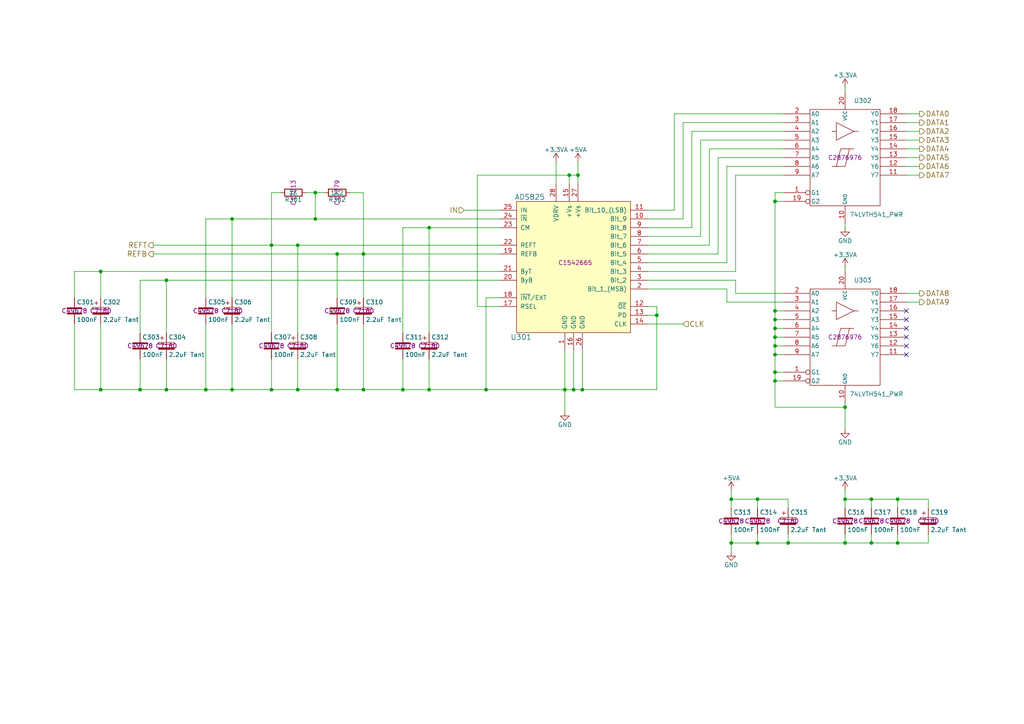
<source format=kicad_sch>
(kicad_sch (version 20250114) (generator "eeschema") (generator_version "9.0")
  (paper "A4")
  (title_block (title "Domesday Duplicator - ADC") (date "2018-06-19") (rev "3.0.1") (company "https://www.domesday86.com") (comment 1 "(c)2018 Simon Inns") (comment 2 "License: Attribution-ShareAlike 4.0 International (CC BY-SA 4.0)"))
  (lib_symbols
    (symbol "+3.3VA_1" (power) (pin_names (offset 0))
      (property "Value" "+3.3VA" (at 0 3.556 0))
      (symbol "+3.3VA_1_1_1"
        (pin power_in line (at 0 0 90) (length 0) (hide yes) (name "+3.3VA") (number "1"))
      )
    )
    (symbol "+3.3VA_2" (power) (pin_names (offset 0))
      (property "Value" "+3.3VA" (at 0 3.556 0))
      (symbol "+3.3VA_2_1_1"
        (pin power_in line (at 0 0 90) (length 0) (hide yes) (name "+3.3VA") (number "1"))
      )
    )
    (symbol "+3.3VA_3" (power) (pin_names (offset 0))
      (property "Value" "+3.3VA" (at 0 3.556 0))
      (symbol "+3.3VA_3_1_1"
        (pin power_in line (at 0 0 90) (length 0) (hide yes) (name "+3.3VA") (number "1"))
      )
    )
    (symbol "+3.3VA_4" (power) (pin_names (offset 0))
      (property "Value" "+3.3VA" (at 0 3.556 0))
      (symbol "+3.3VA_4_1_1"
        (pin power_in line (at 0 0 90) (length 0) (hide yes) (name "+3.3VA") (number "1"))
      )
    )
    (symbol "+3.3VA_5" (power) (pin_names (offset 0))
      (property "Value" "+3.3VA" (at 0 3.556 0))
      (symbol "+3.3VA_5_1_1"
        (pin power_in line (at 0 0 90) (length 0) (hide yes) (name "+3.3VA") (number "1"))
      )
    )
    (symbol "+3.3VA_6" (power) (pin_names (offset 0))
      (property "Value" "+3.3VA" (at 0 3.556 0))
      (symbol "+3.3VA_6_1_1"
        (pin power_in line (at 0 0 90) (length 0) (hide yes) (name "+3.3VA") (number "1"))
      )
    )
    (symbol "+3.3VA_7" (power) (pin_names (offset 0))
      (property "Value" "+3.3VA" (at 0 3.556 0))
      (symbol "+3.3VA_7_1_1"
        (pin power_in line (at 0 0 90) (length 0) (hide yes) (name "+3.3VA") (number "1"))
      )
    )
    (symbol "+3.3VA_8" (power) (pin_names (offset 0))
      (property "Value" "+3.3VA" (at 0 3.556 0))
      (symbol "+3.3VA_8_1_1"
        (pin power_in line (at 0 0 90) (length 0) (hide yes) (name "+3.3VA") (number "1"))
      )
    )
    (symbol "+5VA_1" (power) (pin_names (offset 0))
      (property "Value" "+5VA" (at 0 3.556 0))
      (symbol "+5VA_1_1_1"
        (pin power_in line (at 0 0 90) (length 0) (hide yes) (name "+5VA") (number "1"))
      )
    )
    (symbol "+5VA_2" (power) (pin_names (offset 0))
      (property "Value" "+5VA" (at 0 3.556 0))
      (symbol "+5VA_2_1_1"
        (pin power_in line (at 0 0 90) (length 0) (hide yes) (name "+5VA") (number "1"))
      )
    )
    (symbol "+5VA_3" (power) (pin_names (offset 0))
      (property "Value" "+5VA" (at 0 3.556 0))
      (symbol "+5VA_3_1_1"
        (pin power_in line (at 0 0 90) (length 0) (hide yes) (name "+5VA") (number "1"))
      )
    )
    (symbol "+5VA_4" (power) (pin_names (offset 0))
      (property "Value" "+5VA" (at 0 3.556 0))
      (symbol "+5VA_4_1_1"
        (pin power_in line (at 0 0 90) (length 0) (hide yes) (name "+5VA") (number "1"))
      )
    )
    (symbol "74HCT541_PWR_1" (pin_names (offset 0.254))
      (property "Reference" "U" (at 2.54 16.51 0))
      (property "Value" "74HCT541_PWR" (at 1.27 -16.51 0))
      (symbol "74HCT541_PWR_1_0_0"
        (pin power_in line (at 0 19.05 270) (length 5.08) (name "VCC") (number "20"))
        (pin power_in line (at 0 -19.05 90) (length 5.08) (name "GND") (number "10"))
      )
      (symbol "74HCT541_PWR_1_1_1"
        (pin input line (at -17.78 12.7 0) (length 7.62) (name "A0") (number "2"))
        (pin input line (at -17.78 10.16 0) (length 7.62) (name "A1") (number "3"))
        (pin input line (at -17.78 7.62 0) (length 7.62) (name "A2") (number "4"))
        (pin input line (at -17.78 5.08 0) (length 7.62) (name "A3") (number "5"))
        (pin input line (at -17.78 2.54 0) (length 7.62) (name "A4") (number "6"))
        (pin input line (at -17.78 0 0) (length 7.62) (name "A5") (number "7"))
        (pin input line (at -17.78 -2.54 0) (length 7.62) (name "A6") (number "8"))
        (pin input line (at -17.78 -5.08 0) (length 7.62) (name "A7") (number "9"))
        (pin input inverted (at -17.78 -10.16 0) (length 7.62) (name "G1") (number "1"))
        (pin input inverted (at -17.78 -12.7 0) (length 7.62) (name "G2") (number "19"))
        (pin tri_state line (at 17.78 12.7 180) (length 7.62) (name "Y0") (number "18"))
        (pin tri_state line (at 17.78 10.16 180) (length 7.62) (name "Y1") (number "17"))
        (pin tri_state line (at 17.78 7.62 180) (length 7.62) (name "Y2") (number "16"))
        (pin tri_state line (at 17.78 5.08 180) (length 7.62) (name "Y3") (number "15"))
        (pin tri_state line (at 17.78 2.54 180) (length 7.62) (name "Y4") (number "14"))
        (pin tri_state line (at 17.78 0 180) (length 7.62) (name "Y5") (number "13"))
        (pin tri_state line (at 17.78 -2.54 180) (length 7.62) (name "Y6") (number "12"))
        (pin tri_state line (at 17.78 -5.08 180) (length 7.62) (name "Y7") (number "11"))
      )
    )
    (symbol "74HCT541_PWR_2" (pin_names (offset 0.254))
      (property "Reference" "U" (at 2.54 16.51 0))
      (property "Value" "74HCT541_PWR" (at 1.27 -16.51 0))
      (symbol "74HCT541_PWR_2_0_0"
        (pin power_in line (at 0 19.05 270) (length 5.08) (name "VCC") (number "20"))
        (pin power_in line (at 0 -19.05 90) (length 5.08) (name "GND") (number "10"))
      )
      (symbol "74HCT541_PWR_2_1_1"
        (pin input line (at -17.78 12.7 0) (length 7.62) (name "A0") (number "2"))
        (pin input line (at -17.78 10.16 0) (length 7.62) (name "A1") (number "3"))
        (pin input line (at -17.78 7.62 0) (length 7.62) (name "A2") (number "4"))
        (pin input line (at -17.78 5.08 0) (length 7.62) (name "A3") (number "5"))
        (pin input line (at -17.78 2.54 0) (length 7.62) (name "A4") (number "6"))
        (pin input line (at -17.78 0 0) (length 7.62) (name "A5") (number "7"))
        (pin input line (at -17.78 -2.54 0) (length 7.62) (name "A6") (number "8"))
        (pin input line (at -17.78 -5.08 0) (length 7.62) (name "A7") (number "9"))
        (pin input inverted (at -17.78 -10.16 0) (length 7.62) (name "G1") (number "1"))
        (pin input inverted (at -17.78 -12.7 0) (length 7.62) (name "G2") (number "19"))
        (pin tri_state line (at 17.78 12.7 180) (length 7.62) (name "Y0") (number "18"))
        (pin tri_state line (at 17.78 10.16 180) (length 7.62) (name "Y1") (number "17"))
        (pin tri_state line (at 17.78 7.62 180) (length 7.62) (name "Y2") (number "16"))
        (pin tri_state line (at 17.78 5.08 180) (length 7.62) (name "Y3") (number "15"))
        (pin tri_state line (at 17.78 2.54 180) (length 7.62) (name "Y4") (number "14"))
        (pin tri_state line (at 17.78 0 180) (length 7.62) (name "Y5") (number "13"))
        (pin tri_state line (at 17.78 -2.54 180) (length 7.62) (name "Y6") (number "12"))
        (pin tri_state line (at 17.78 -5.08 180) (length 7.62) (name "Y7") (number "11"))
      )
    )
    (symbol "74HCT541_PWR_3" (pin_names (offset 0.254))
      (property "Reference" "U" (at 2.54 16.51 0))
      (property "Value" "74HCT541_PWR" (at 1.27 -16.51 0))
      (symbol "74HCT541_PWR_3_0_0"
        (pin power_in line (at 0 19.05 270) (length 5.08) (name "VCC") (number "20"))
        (pin power_in line (at 0 -19.05 90) (length 5.08) (name "GND") (number "10"))
      )
      (symbol "74HCT541_PWR_3_1_1"
        (pin input line (at -17.78 12.7 0) (length 7.62) (name "A0") (number "2"))
        (pin input line (at -17.78 10.16 0) (length 7.62) (name "A1") (number "3"))
        (pin input line (at -17.78 7.62 0) (length 7.62) (name "A2") (number "4"))
        (pin input line (at -17.78 5.08 0) (length 7.62) (name "A3") (number "5"))
        (pin input line (at -17.78 2.54 0) (length 7.62) (name "A4") (number "6"))
        (pin input line (at -17.78 0 0) (length 7.62) (name "A5") (number "7"))
        (pin input line (at -17.78 -2.54 0) (length 7.62) (name "A6") (number "8"))
        (pin input line (at -17.78 -5.08 0) (length 7.62) (name "A7") (number "9"))
        (pin input inverted (at -17.78 -10.16 0) (length 7.62) (name "G1") (number "1"))
        (pin input inverted (at -17.78 -12.7 0) (length 7.62) (name "G2") (number "19"))
        (pin tri_state line (at 17.78 12.7 180) (length 7.62) (name "Y0") (number "18"))
        (pin tri_state line (at 17.78 10.16 180) (length 7.62) (name "Y1") (number "17"))
        (pin tri_state line (at 17.78 7.62 180) (length 7.62) (name "Y2") (number "16"))
        (pin tri_state line (at 17.78 5.08 180) (length 7.62) (name "Y3") (number "15"))
        (pin tri_state line (at 17.78 2.54 180) (length 7.62) (name "Y4") (number "14"))
        (pin tri_state line (at 17.78 0 180) (length 7.62) (name "Y5") (number "13"))
        (pin tri_state line (at 17.78 -2.54 180) (length 7.62) (name "Y6") (number "12"))
        (pin tri_state line (at 17.78 -5.08 180) (length 7.62) (name "Y7") (number "11"))
      )
    )
    (symbol "74HCT541_PWR_4" (pin_names (offset 0.254))
      (property "Reference" "U" (at 2.54 16.51 0))
      (property "Value" "74HCT541_PWR" (at 1.27 -16.51 0))
      (symbol "74HCT541_PWR_4_0_0"
        (pin power_in line (at 0 19.05 270) (length 5.08) (name "VCC") (number "20"))
        (pin power_in line (at 0 -19.05 90) (length 5.08) (name "GND") (number "10"))
      )
      (symbol "74HCT541_PWR_4_1_1"
        (pin input line (at -17.78 12.7 0) (length 7.62) (name "A0") (number "2"))
        (pin input line (at -17.78 10.16 0) (length 7.62) (name "A1") (number "3"))
        (pin input line (at -17.78 7.62 0) (length 7.62) (name "A2") (number "4"))
        (pin input line (at -17.78 5.08 0) (length 7.62) (name "A3") (number "5"))
        (pin input line (at -17.78 2.54 0) (length 7.62) (name "A4") (number "6"))
        (pin input line (at -17.78 0 0) (length 7.62) (name "A5") (number "7"))
        (pin input line (at -17.78 -2.54 0) (length 7.62) (name "A6") (number "8"))
        (pin input line (at -17.78 -5.08 0) (length 7.62) (name "A7") (number "9"))
        (pin input inverted (at -17.78 -10.16 0) (length 7.62) (name "G1") (number "1"))
        (pin input inverted (at -17.78 -12.7 0) (length 7.62) (name "G2") (number "19"))
        (pin tri_state line (at 17.78 12.7 180) (length 7.62) (name "Y0") (number "18"))
        (pin tri_state line (at 17.78 10.16 180) (length 7.62) (name "Y1") (number "17"))
        (pin tri_state line (at 17.78 7.62 180) (length 7.62) (name "Y2") (number "16"))
        (pin tri_state line (at 17.78 5.08 180) (length 7.62) (name "Y3") (number "15"))
        (pin tri_state line (at 17.78 2.54 180) (length 7.62) (name "Y4") (number "14"))
        (pin tri_state line (at 17.78 0 180) (length 7.62) (name "Y5") (number "13"))
        (pin tri_state line (at 17.78 -2.54 180) (length 7.62) (name "Y6") (number "12"))
        (pin tri_state line (at 17.78 -5.08 180) (length 7.62) (name "Y7") (number "11"))
      )
    )
    (symbol "CP_1" (pin_numbers (hide yes)) (pin_names (offset 0.254))
      (property "Reference" "C" (at 0.635 2.54 0))
      (property "Value" "CP" (at 0.635 -2.54 0))
      (symbol "CP_1_1_1"
        (pin passive line (at 0 3.81 270) (length 2.794) (name "~") (number "1"))
        (pin passive line (at 0 -3.81 90) (length 2.794) (name "~") (number "2"))
      )
    )
    (symbol "CP_10" (pin_numbers (hide yes)) (pin_names (offset 0.254))
      (property "Reference" "C" (at 0.635 2.54 0))
      (property "Value" "CP" (at 0.635 -2.54 0))
      (symbol "CP_10_1_1"
        (pin passive line (at 0 3.81 270) (length 2.794) (name "~") (number "1"))
        (pin passive line (at 0 -3.81 90) (length 2.794) (name "~") (number "2"))
      )
    )
    (symbol "CP_11" (pin_numbers (hide yes)) (pin_names (offset 0.254))
      (property "Reference" "C" (at 0.635 2.54 0))
      (property "Value" "CP" (at 0.635 -2.54 0))
      (symbol "CP_11_1_1"
        (pin passive line (at 0 3.81 270) (length 2.794) (name "~") (number "1"))
        (pin passive line (at 0 -3.81 90) (length 2.794) (name "~") (number "2"))
      )
    )
    (symbol "CP_12" (pin_numbers (hide yes)) (pin_names (offset 0.254))
      (property "Reference" "C" (at 0.635 2.54 0))
      (property "Value" "CP" (at 0.635 -2.54 0))
      (symbol "CP_12_1_1"
        (pin passive line (at 0 3.81 270) (length 2.794) (name "~") (number "1"))
        (pin passive line (at 0 -3.81 90) (length 2.794) (name "~") (number "2"))
      )
    )
    (symbol "CP_13" (pin_numbers (hide yes)) (pin_names (offset 0.254))
      (property "Reference" "C" (at 0.635 2.54 0))
      (property "Value" "CP" (at 0.635 -2.54 0))
      (symbol "CP_13_1_1"
        (pin passive line (at 0 3.81 270) (length 2.794) (name "~") (number "1"))
        (pin passive line (at 0 -3.81 90) (length 2.794) (name "~") (number "2"))
      )
    )
    (symbol "CP_14" (pin_numbers (hide yes)) (pin_names (offset 0.254))
      (property "Reference" "C" (at 0.635 2.54 0))
      (property "Value" "CP" (at 0.635 -2.54 0))
      (symbol "CP_14_1_1"
        (pin passive line (at 0 3.81 270) (length 2.794) (name "~") (number "1"))
        (pin passive line (at 0 -3.81 90) (length 2.794) (name "~") (number "2"))
      )
    )
    (symbol "CP_15" (pin_numbers (hide yes)) (pin_names (offset 0.254))
      (property "Reference" "C" (at 0.635 2.54 0))
      (property "Value" "CP" (at 0.635 -2.54 0))
      (symbol "CP_15_1_1"
        (pin passive line (at 0 3.81 270) (length 2.794) (name "~") (number "1"))
        (pin passive line (at 0 -3.81 90) (length 2.794) (name "~") (number "2"))
      )
    )
    (symbol "CP_16" (pin_numbers (hide yes)) (pin_names (offset 0.254))
      (property "Reference" "C" (at 0.635 2.54 0))
      (property "Value" "CP" (at 0.635 -2.54 0))
      (symbol "CP_16_1_1"
        (pin passive line (at 0 3.81 270) (length 2.794) (name "~") (number "1"))
        (pin passive line (at 0 -3.81 90) (length 2.794) (name "~") (number "2"))
      )
    )
    (symbol "CP_2" (pin_numbers (hide yes)) (pin_names (offset 0.254))
      (property "Reference" "C" (at 0.635 2.54 0))
      (property "Value" "CP" (at 0.635 -2.54 0))
      (symbol "CP_2_1_1"
        (pin passive line (at 0 3.81 270) (length 2.794) (name "~") (number "1"))
        (pin passive line (at 0 -3.81 90) (length 2.794) (name "~") (number "2"))
      )
    )
    (symbol "CP_3" (pin_numbers (hide yes)) (pin_names (offset 0.254))
      (property "Reference" "C" (at 0.635 2.54 0))
      (property "Value" "CP" (at 0.635 -2.54 0))
      (symbol "CP_3_1_1"
        (pin passive line (at 0 3.81 270) (length 2.794) (name "~") (number "1"))
        (pin passive line (at 0 -3.81 90) (length 2.794) (name "~") (number "2"))
      )
    )
    (symbol "CP_4" (pin_numbers (hide yes)) (pin_names (offset 0.254))
      (property "Reference" "C" (at 0.635 2.54 0))
      (property "Value" "CP" (at 0.635 -2.54 0))
      (symbol "CP_4_1_1"
        (pin passive line (at 0 3.81 270) (length 2.794) (name "~") (number "1"))
        (pin passive line (at 0 -3.81 90) (length 2.794) (name "~") (number "2"))
      )
    )
    (symbol "CP_5" (pin_numbers (hide yes)) (pin_names (offset 0.254))
      (property "Reference" "C" (at 0.635 2.54 0))
      (property "Value" "CP" (at 0.635 -2.54 0))
      (symbol "CP_5_1_1"
        (pin passive line (at 0 3.81 270) (length 2.794) (name "~") (number "1"))
        (pin passive line (at 0 -3.81 90) (length 2.794) (name "~") (number "2"))
      )
    )
    (symbol "CP_6" (pin_numbers (hide yes)) (pin_names (offset 0.254))
      (property "Reference" "C" (at 0.635 2.54 0))
      (property "Value" "CP" (at 0.635 -2.54 0))
      (symbol "CP_6_1_1"
        (pin passive line (at 0 3.81 270) (length 2.794) (name "~") (number "1"))
        (pin passive line (at 0 -3.81 90) (length 2.794) (name "~") (number "2"))
      )
    )
    (symbol "CP_7" (pin_numbers (hide yes)) (pin_names (offset 0.254))
      (property "Reference" "C" (at 0.635 2.54 0))
      (property "Value" "CP" (at 0.635 -2.54 0))
      (symbol "CP_7_1_1"
        (pin passive line (at 0 3.81 270) (length 2.794) (name "~") (number "1"))
        (pin passive line (at 0 -3.81 90) (length 2.794) (name "~") (number "2"))
      )
    )
    (symbol "CP_8" (pin_numbers (hide yes)) (pin_names (offset 0.254))
      (property "Reference" "C" (at 0.635 2.54 0))
      (property "Value" "CP" (at 0.635 -2.54 0))
      (symbol "CP_8_1_1"
        (pin passive line (at 0 3.81 270) (length 2.794) (name "~") (number "1"))
        (pin passive line (at 0 -3.81 90) (length 2.794) (name "~") (number "2"))
      )
    )
    (symbol "CP_9" (pin_numbers (hide yes)) (pin_names (offset 0.254))
      (property "Reference" "C" (at 0.635 2.54 0))
      (property "Value" "CP" (at 0.635 -2.54 0))
      (symbol "CP_9_1_1"
        (pin passive line (at 0 3.81 270) (length 2.794) (name "~") (number "1"))
        (pin passive line (at 0 -3.81 90) (length 2.794) (name "~") (number "2"))
      )
    )
    (symbol "C_1" (pin_numbers (hide yes)) (pin_names (offset 0.254))
      (property "Reference" "C" (at 0.635 2.54 0))
      (property "Value" "C" (at 0.635 -2.54 0))
      (symbol "C_1_1_1"
        (pin passive line (at 0 3.81 270) (length 2.794) (name "~") (number "1"))
        (pin passive line (at 0 -3.81 90) (length 2.794) (name "~") (number "2"))
      )
    )
    (symbol "C_10" (pin_numbers (hide yes)) (pin_names (offset 0.254))
      (property "Reference" "C" (at 0.635 2.54 0))
      (property "Value" "C" (at 0.635 -2.54 0))
      (symbol "C_10_1_1"
        (pin passive line (at 0 3.81 270) (length 2.794) (name "~") (number "1"))
        (pin passive line (at 0 -3.81 90) (length 2.794) (name "~") (number "2"))
      )
    )
    (symbol "C_11" (pin_numbers (hide yes)) (pin_names (offset 0.254))
      (property "Reference" "C" (at 0.635 2.54 0))
      (property "Value" "C" (at 0.635 -2.54 0))
      (symbol "C_11_1_1"
        (pin passive line (at 0 3.81 270) (length 2.794) (name "~") (number "1"))
        (pin passive line (at 0 -3.81 90) (length 2.794) (name "~") (number "2"))
      )
    )
    (symbol "C_12" (pin_numbers (hide yes)) (pin_names (offset 0.254))
      (property "Reference" "C" (at 0.635 2.54 0))
      (property "Value" "C" (at 0.635 -2.54 0))
      (symbol "C_12_1_1"
        (pin passive line (at 0 3.81 270) (length 2.794) (name "~") (number "1"))
        (pin passive line (at 0 -3.81 90) (length 2.794) (name "~") (number "2"))
      )
    )
    (symbol "C_13" (pin_numbers (hide yes)) (pin_names (offset 0.254))
      (property "Reference" "C" (at 0.635 2.54 0))
      (property "Value" "C" (at 0.635 -2.54 0))
      (symbol "C_13_1_1"
        (pin passive line (at 0 3.81 270) (length 2.794) (name "~") (number "1"))
        (pin passive line (at 0 -3.81 90) (length 2.794) (name "~") (number "2"))
      )
    )
    (symbol "C_14" (pin_numbers (hide yes)) (pin_names (offset 0.254))
      (property "Reference" "C" (at 0.635 2.54 0))
      (property "Value" "C" (at 0.635 -2.54 0))
      (symbol "C_14_1_1"
        (pin passive line (at 0 3.81 270) (length 2.794) (name "~") (number "1"))
        (pin passive line (at 0 -3.81 90) (length 2.794) (name "~") (number "2"))
      )
    )
    (symbol "C_15" (pin_numbers (hide yes)) (pin_names (offset 0.254))
      (property "Reference" "C" (at 0.635 2.54 0))
      (property "Value" "C" (at 0.635 -2.54 0))
      (symbol "C_15_1_1"
        (pin passive line (at 0 3.81 270) (length 2.794) (name "~") (number "1"))
        (pin passive line (at 0 -3.81 90) (length 2.794) (name "~") (number "2"))
      )
    )
    (symbol "C_16" (pin_numbers (hide yes)) (pin_names (offset 0.254))
      (property "Reference" "C" (at 0.635 2.54 0))
      (property "Value" "C" (at 0.635 -2.54 0))
      (symbol "C_16_1_1"
        (pin passive line (at 0 3.81 270) (length 2.794) (name "~") (number "1"))
        (pin passive line (at 0 -3.81 90) (length 2.794) (name "~") (number "2"))
      )
    )
    (symbol "C_17" (pin_numbers (hide yes)) (pin_names (offset 0.254))
      (property "Reference" "C" (at 0.635 2.54 0))
      (property "Value" "C" (at 0.635 -2.54 0))
      (symbol "C_17_1_1"
        (pin passive line (at 0 3.81 270) (length 2.794) (name "~") (number "1"))
        (pin passive line (at 0 -3.81 90) (length 2.794) (name "~") (number "2"))
      )
    )
    (symbol "C_18" (pin_numbers (hide yes)) (pin_names (offset 0.254))
      (property "Reference" "C" (at 0.635 2.54 0))
      (property "Value" "C" (at 0.635 -2.54 0))
      (symbol "C_18_1_1"
        (pin passive line (at 0 3.81 270) (length 2.794) (name "~") (number "1"))
        (pin passive line (at 0 -3.81 90) (length 2.794) (name "~") (number "2"))
      )
    )
    (symbol "C_19" (pin_numbers (hide yes)) (pin_names (offset 0.254))
      (property "Reference" "C" (at 0.635 2.54 0))
      (property "Value" "C" (at 0.635 -2.54 0))
      (symbol "C_19_1_1"
        (pin passive line (at 0 3.81 270) (length 2.794) (name "~") (number "1"))
        (pin passive line (at 0 -3.81 90) (length 2.794) (name "~") (number "2"))
      )
    )
    (symbol "C_2" (pin_numbers (hide yes)) (pin_names (offset 0.254))
      (property "Reference" "C" (at 0.635 2.54 0))
      (property "Value" "C" (at 0.635 -2.54 0))
      (symbol "C_2_1_1"
        (pin passive line (at 0 3.81 270) (length 2.794) (name "~") (number "1"))
        (pin passive line (at 0 -3.81 90) (length 2.794) (name "~") (number "2"))
      )
    )
    (symbol "C_20" (pin_numbers (hide yes)) (pin_names (offset 0.254))
      (property "Reference" "C" (at 0.635 2.54 0))
      (property "Value" "C" (at 0.635 -2.54 0))
      (symbol "C_20_1_1"
        (pin passive line (at 0 3.81 270) (length 2.794) (name "~") (number "1"))
        (pin passive line (at 0 -3.81 90) (length 2.794) (name "~") (number "2"))
      )
    )
    (symbol "C_21" (pin_numbers (hide yes)) (pin_names (offset 0.254))
      (property "Reference" "C" (at 0.635 2.54 0))
      (property "Value" "C" (at 0.635 -2.54 0))
      (symbol "C_21_1_1"
        (pin passive line (at 0 3.81 270) (length 2.794) (name "~") (number "1"))
        (pin passive line (at 0 -3.81 90) (length 2.794) (name "~") (number "2"))
      )
    )
    (symbol "C_22" (pin_numbers (hide yes)) (pin_names (offset 0.254))
      (property "Reference" "C" (at 0.635 2.54 0))
      (property "Value" "C" (at 0.635 -2.54 0))
      (symbol "C_22_1_1"
        (pin passive line (at 0 3.81 270) (length 2.794) (name "~") (number "1"))
        (pin passive line (at 0 -3.81 90) (length 2.794) (name "~") (number "2"))
      )
    )
    (symbol "C_3" (pin_numbers (hide yes)) (pin_names (offset 0.254))
      (property "Reference" "C" (at 0.635 2.54 0))
      (property "Value" "C" (at 0.635 -2.54 0))
      (symbol "C_3_1_1"
        (pin passive line (at 0 3.81 270) (length 2.794) (name "~") (number "1"))
        (pin passive line (at 0 -3.81 90) (length 2.794) (name "~") (number "2"))
      )
    )
    (symbol "C_4" (pin_numbers (hide yes)) (pin_names (offset 0.254))
      (property "Reference" "C" (at 0.635 2.54 0))
      (property "Value" "C" (at 0.635 -2.54 0))
      (symbol "C_4_1_1"
        (pin passive line (at 0 3.81 270) (length 2.794) (name "~") (number "1"))
        (pin passive line (at 0 -3.81 90) (length 2.794) (name "~") (number "2"))
      )
    )
    (symbol "C_5" (pin_numbers (hide yes)) (pin_names (offset 0.254))
      (property "Reference" "C" (at 0.635 2.54 0))
      (property "Value" "C" (at 0.635 -2.54 0))
      (symbol "C_5_1_1"
        (pin passive line (at 0 3.81 270) (length 2.794) (name "~") (number "1"))
        (pin passive line (at 0 -3.81 90) (length 2.794) (name "~") (number "2"))
      )
    )
    (symbol "C_6" (pin_numbers (hide yes)) (pin_names (offset 0.254))
      (property "Reference" "C" (at 0.635 2.54 0))
      (property "Value" "C" (at 0.635 -2.54 0))
      (symbol "C_6_1_1"
        (pin passive line (at 0 3.81 270) (length 2.794) (name "~") (number "1"))
        (pin passive line (at 0 -3.81 90) (length 2.794) (name "~") (number "2"))
      )
    )
    (symbol "C_7" (pin_numbers (hide yes)) (pin_names (offset 0.254))
      (property "Reference" "C" (at 0.635 2.54 0))
      (property "Value" "C" (at 0.635 -2.54 0))
      (symbol "C_7_1_1"
        (pin passive line (at 0 3.81 270) (length 2.794) (name "~") (number "1"))
        (pin passive line (at 0 -3.81 90) (length 2.794) (name "~") (number "2"))
      )
    )
    (symbol "C_8" (pin_numbers (hide yes)) (pin_names (offset 0.254))
      (property "Reference" "C" (at 0.635 2.54 0))
      (property "Value" "C" (at 0.635 -2.54 0))
      (symbol "C_8_1_1"
        (pin passive line (at 0 3.81 270) (length 2.794) (name "~") (number "1"))
        (pin passive line (at 0 -3.81 90) (length 2.794) (name "~") (number "2"))
      )
    )
    (symbol "C_9" (pin_numbers (hide yes)) (pin_names (offset 0.254))
      (property "Reference" "C" (at 0.635 2.54 0))
      (property "Value" "C" (at 0.635 -2.54 0))
      (symbol "C_9_1_1"
        (pin passive line (at 0 3.81 270) (length 2.794) (name "~") (number "1"))
        (pin passive line (at 0 -3.81 90) (length 2.794) (name "~") (number "2"))
      )
    )
    (symbol "GND_1" (power) (pin_names (offset 0))
      (property "Value" "GND" (at 0 -3.81 0))
      (symbol "GND_1_1_1"
        (pin power_in line (at 0 0 270) (length 0) (hide yes) (name "GND") (number "1"))
      )
    )
    (symbol "GND_2" (power) (pin_names (offset 0))
      (property "Value" "GND" (at 0 -3.81 0))
      (symbol "GND_2_1_1"
        (pin power_in line (at 0 0 270) (length 0) (hide yes) (name "GND") (number "1"))
      )
    )
    (symbol "GND_3" (power) (pin_names (offset 0))
      (property "Value" "GND" (at 0 -3.81 0))
      (symbol "GND_3_1_1"
        (pin power_in line (at 0 0 270) (length 0) (hide yes) (name "GND") (number "1"))
      )
    )
    (symbol "GND_4" (power) (pin_names (offset 0))
      (property "Value" "GND" (at 0 -3.81 0))
      (symbol "GND_4_1_1"
        (pin power_in line (at 0 0 270) (length 0) (hide yes) (name "GND") (number "1"))
      )
    )
    (symbol "GND_5" (power) (pin_names (offset 0))
      (property "Value" "GND" (at 0 -3.81 0))
      (symbol "GND_5_1_1"
        (pin power_in line (at 0 0 270) (length 0) (hide yes) (name "GND") (number "1"))
      )
    )
    (symbol "GND_6" (power) (pin_names (offset 0))
      (property "Value" "GND" (at 0 -3.81 0))
      (symbol "GND_6_1_1"
        (pin power_in line (at 0 0 270) (length 0) (hide yes) (name "GND") (number "1"))
      )
    )
    (symbol "GND_7" (power) (pin_names (offset 0))
      (property "Value" "GND" (at 0 -3.81 0))
      (symbol "GND_7_1_1"
        (pin power_in line (at 0 0 270) (length 0) (hide yes) (name "GND") (number "1"))
      )
    )
    (symbol "GND_8" (power) (pin_names (offset 0))
      (property "Value" "GND" (at 0 -3.81 0))
      (symbol "GND_8_1_1"
        (pin power_in line (at 0 0 270) (length 0) (hide yes) (name "GND") (number "1"))
      )
    )
    (symbol "R_1" (pin_numbers (hide yes)) (pin_names (offset 0))
      (property "Reference" "R" (at 2.032 0 90))
      (property "Value" "R" (at 0 0 90))
      (symbol "R_1_1_1"
        (pin passive line (at 0 3.81 270) (length 1.27) (name "~") (number "1"))
        (pin passive line (at 0 -3.81 90) (length 1.27) (name "~") (number "2"))
      )
    )
    (symbol "R_2" (pin_numbers (hide yes)) (pin_names (offset 0))
      (property "Reference" "R" (at 2.032 0 90))
      (property "Value" "R" (at 0 0 90))
      (symbol "R_2_1_1"
        (pin passive line (at 0 3.81 270) (length 1.27) (name "~") (number "1"))
        (pin passive line (at 0 -3.81 90) (length 1.27) (name "~") (number "2"))
      )
    )
    (symbol "R_3" (pin_numbers (hide yes)) (pin_names (offset 0))
      (property "Reference" "R" (at 2.032 0 90))
      (property "Value" "R" (at 0 0 90))
      (symbol "R_3_1_1"
        (pin passive line (at 0 3.81 270) (length 1.27) (name "~") (number "1"))
        (pin passive line (at 0 -3.81 90) (length 1.27) (name "~") (number "2"))
      )
    )
    (symbol "R_4" (pin_numbers (hide yes)) (pin_names (offset 0))
      (property "Reference" "R" (at 2.032 0 90))
      (property "Value" "R" (at 0 0 90))
      (symbol "R_4_1_1"
        (pin passive line (at 0 3.81 270) (length 1.27) (name "~") (number "1"))
        (pin passive line (at 0 -3.81 90) (length 1.27) (name "~") (number "2"))
      )
    )
    (symbol "ads825:ADS825" (pin_names (offset 1.016))
      (property "Reference" "U" (at -15.24 -21.59 0))
      (property "Value" "ADS825" (at -12.7 19.05 0))
      (symbol "ADS825_1_1"
        (pin input line (at -21.59 15.24 0) (length 5.08) (name "IN") (number "25"))
        (pin input line (at -21.59 12.7 0) (length 5.08) (name "~{IN}") (number "24"))
        (pin power_out line (at -21.59 10.16 0) (length 5.08) (name "CM") (number "23"))
        (pin power_out line (at -21.59 5.08 0) (length 5.08) (name "REFT") (number "22"))
        (pin power_out line (at -21.59 2.54 0) (length 5.08) (name "REFB") (number "19"))
        (pin input line (at -21.59 -2.54 0) (length 5.08) (name "ByT") (number "21"))
        (pin input line (at -21.59 -5.08 0) (length 5.08) (name "ByB") (number "20"))
        (pin input line (at -21.59 -10.16 0) (length 5.08) (name "~{INT}/EXT") (number "18"))
        (pin input line (at -21.59 -12.7 0) (length 5.08) (name "RSEL") (number "17"))
        (pin power_in line (at -5.08 22.86 270) (length 5.08) (name "VDRV") (number "28"))
        (pin power_in line (at -2.54 -25.4 90) (length 5.08) (name "GND") (number "1"))
        (pin power_in line (at -1.27 22.86 270) (length 5.08) (name "+Vs") (number "15"))
        (pin power_in line (at 0 -25.4 90) (length 5.08) (name "GND") (number "16"))
        (pin power_in line (at 1.27 22.86 270) (length 5.08) (name "+Vs") (number "27"))
        (pin power_in line (at 2.54 -25.4 90) (length 5.08) (name "GND") (number "26"))
        (pin output line (at 21.59 15.24 180) (length 5.08) (name "Bit_10_(LSB)") (number "11"))
        (pin output line (at 21.59 12.7 180) (length 5.08) (name "Bit_9") (number "10"))
        (pin output line (at 21.59 10.16 180) (length 5.08) (name "Bit_8") (number "9"))
        (pin output line (at 21.59 7.62 180) (length 5.08) (name "Bit_7") (number "8"))
        (pin output line (at 21.59 5.08 180) (length 5.08) (name "Bit_6") (number "7"))
        (pin output line (at 21.59 2.54 180) (length 5.08) (name "Bit_5") (number "6"))
        (pin output line (at 21.59 0 180) (length 5.08) (name "Bit_4") (number "5"))
        (pin output line (at 21.59 -2.54 180) (length 5.08) (name "Bit_3") (number "4"))
        (pin output line (at 21.59 -5.08 180) (length 5.08) (name "Bit_2") (number "3"))
        (pin output line (at 21.59 -7.62 180) (length 5.08) (name "Bit_1_(MSB)") (number "2"))
        (pin input line (at 21.59 -12.7 180) (length 5.08) (name "~{OE}") (number "12"))
        (pin input line (at 21.59 -15.24 180) (length 5.08) (name "PD") (number "13"))
        (pin input line (at 21.59 -17.78 180) (length 5.08) (name "CLK") (number "14"))
      )
    )
  )
  (junction (at 48.26 113.03))
  (junction (at 29.21 78.74))
  (junction (at 228.6 157.48))
  (junction (at 86.36 71.12))
  (junction (at 67.31 113.03))
  (junction (at 167.64 50.8))
  (junction (at 190.5 91.44))
  (junction (at 224.79 100.33))
  (junction (at 97.79 113.03))
  (junction (at 78.74 71.12))
  (junction (at 124.46 113.03))
  (junction (at 224.79 107.95))
  (junction (at 48.26 81.28))
  (junction (at 165.1 50.8))
  (junction (at 224.79 95.25))
  (junction (at 224.79 97.79))
  (junction (at 163.83 113.03))
  (junction (at 224.79 102.87))
  (junction (at 224.79 110.49))
  (junction (at 224.79 92.71))
  (junction (at 212.09 144.78))
  (junction (at 105.41 73.66))
  (junction (at 78.74 113.03))
  (junction (at 67.31 63.5))
  (junction (at 224.79 90.17))
  (junction (at 252.73 157.48))
  (junction (at 29.21 113.03))
  (junction (at 168.91 113.03))
  (junction (at 124.46 66.04))
  (junction (at 166.37 113.03))
  (junction (at 105.41 113.03))
  (junction (at 260.35 157.48))
  (junction (at 91.44 55.88))
  (junction (at 252.73 144.78))
  (junction (at 219.71 157.48))
  (junction (at 97.79 73.66))
  (junction (at 212.09 157.48))
  (junction (at 245.11 144.78))
  (junction (at 245.11 118.11))
  (junction (at 116.84 113.03))
  (junction (at 86.36 113.03))
  (junction (at 219.71 144.78))
  (junction (at 260.35 144.78))
  (junction (at 140.97 113.03))
  (junction (at 59.69 113.03))
  (junction (at 245.11 157.48))
  (junction (at 40.64 113.03))
  (junction (at 91.44 63.5))
  (junction (at 224.79 58.42))
  (no_connect (at 262.89 92.71))
  (no_connect (at 262.89 95.25))
  (no_connect (at 262.89 100.33))
  (no_connect (at 262.89 97.79))
  (no_connect (at 262.89 90.17))
  (no_connect (at 262.89 102.87))
  (wire (pts (xy 213.36 81.28) (xy 213.36 85.09)))
  (wire (pts (xy 227.33 92.71) (xy 224.79 92.71)))
  (wire (pts (xy 205.74 71.12) (xy 205.74 43.18)))
  (wire (pts (xy 200.66 38.1) (xy 227.33 38.1)))
  (wire (pts (xy 163.83 101.6) (xy 163.83 113.03)))
  (wire (pts (xy 116.84 104.14) (xy 116.84 113.03)))
  (wire (pts (xy 245.11 116.84) (xy 245.11 118.11)))
  (wire (pts (xy 29.21 113.03) (xy 21.59 113.03)))
  (wire (pts (xy 166.37 101.6) (xy 166.37 113.03)))
  (wire (pts (xy 105.41 73.66) (xy 144.78 73.66)))
  (wire (pts (xy 213.36 78.74) (xy 213.36 50.8)))
  (wire (pts (xy 212.09 144.78) (xy 212.09 147.32)))
  (wire (pts (xy 59.69 63.5) (xy 59.69 86.36)))
  (wire (pts (xy 97.79 73.66) (xy 105.41 73.66)))
  (wire (pts (xy 44.45 71.12) (xy 78.74 71.12)))
  (wire (pts (xy 260.35 157.48) (xy 269.24 157.48)))
  (wire (pts (xy 78.74 71.12) (xy 78.74 96.52)))
  (wire (pts (xy 262.89 87.63) (xy 266.7 87.63)))
  (wire (pts (xy 227.33 107.95) (xy 224.79 107.95)))
  (wire (pts (xy 29.21 93.98) (xy 29.21 113.03)))
  (wire (pts (xy 227.33 100.33) (xy 224.79 100.33)))
  (wire (pts (xy 48.26 113.03) (xy 40.64 113.03)))
  (wire (pts (xy 224.79 118.11) (xy 245.11 118.11)))
  (wire (pts (xy 269.24 157.48) (xy 269.24 154.94)))
  (wire (pts (xy 124.46 96.52) (xy 124.46 66.04)))
  (wire (pts (xy 67.31 93.98) (xy 67.31 113.03)))
  (wire (pts (xy 224.79 100.33) (xy 224.79 102.87)))
  (wire (pts (xy 262.89 48.26) (xy 266.7 48.26)))
  (wire (pts (xy 227.33 95.25) (xy 224.79 95.25)))
  (wire (pts (xy 167.64 46.99) (xy 167.64 50.8)))
  (wire (pts (xy 262.89 50.8) (xy 266.7 50.8)))
  (wire (pts (xy 187.96 63.5) (xy 198.12 63.5)))
  (wire (pts (xy 200.66 66.04) (xy 200.66 38.1)))
  (wire (pts (xy 252.73 154.94) (xy 252.73 157.48)))
  (wire (pts (xy 262.89 40.64) (xy 266.7 40.64)))
  (wire (pts (xy 260.35 144.78) (xy 260.35 147.32)))
  (wire (pts (xy 78.74 104.14) (xy 78.74 113.03)))
  (wire (pts (xy 187.96 78.74) (xy 213.36 78.74)))
  (wire (pts (xy 140.97 113.03) (xy 124.46 113.03)))
  (wire (pts (xy 228.6 154.94) (xy 228.6 157.48)))
  (wire (pts (xy 187.96 73.66) (xy 208.28 73.66)))
  (wire (pts (xy 212.09 142.24) (xy 212.09 144.78)))
  (wire (pts (xy 195.58 33.02) (xy 227.33 33.02)))
  (wire (pts (xy 78.74 71.12) (xy 86.36 71.12)))
  (wire (pts (xy 48.26 104.14) (xy 48.26 113.03)))
  (wire (pts (xy 262.89 85.09) (xy 266.7 85.09)))
  (wire (pts (xy 105.41 73.66) (xy 105.41 86.36)))
  (wire (pts (xy 187.96 60.96) (xy 195.58 60.96)))
  (wire (pts (xy 21.59 78.74) (xy 21.59 86.36)))
  (wire (pts (xy 165.1 53.34) (xy 165.1 50.8)))
  (wire (pts (xy 40.64 113.03) (xy 29.21 113.03)))
  (wire (pts (xy 210.82 83.82) (xy 210.82 87.63)))
  (wire (pts (xy 228.6 144.78) (xy 228.6 147.32)))
  (wire (pts (xy 245.11 142.24) (xy 245.11 144.78)))
  (wire (pts (xy 187.96 88.9) (xy 190.5 88.9)))
  (wire (pts (xy 40.64 104.14) (xy 40.64 113.03)))
  (wire (pts (xy 227.33 58.42) (xy 224.79 58.42)))
  (wire (pts (xy 86.36 71.12) (xy 144.78 71.12)))
  (wire (pts (xy 144.78 88.9) (xy 138.43 88.9)))
  (wire (pts (xy 262.89 35.56) (xy 266.7 35.56)))
  (wire (pts (xy 168.91 113.03) (xy 168.91 101.6)))
  (wire (pts (xy 213.36 50.8) (xy 227.33 50.8)))
  (wire (pts (xy 252.73 157.48) (xy 260.35 157.48)))
  (wire (pts (xy 116.84 66.04) (xy 124.46 66.04)))
  (wire (pts (xy 212.09 154.94) (xy 212.09 157.48)))
  (wire (pts (xy 245.11 26.67) (xy 245.11 25.4)))
  (wire (pts (xy 208.28 45.72) (xy 227.33 45.72)))
  (wire (pts (xy 260.35 157.48) (xy 260.35 154.94)))
  (wire (pts (xy 205.74 43.18) (xy 227.33 43.18)))
  (wire (pts (xy 124.46 104.14) (xy 124.46 113.03)))
  (wire (pts (xy 81.28 55.88) (xy 78.74 55.88)))
  (wire (pts (xy 262.89 33.02) (xy 266.7 33.02)))
  (wire (pts (xy 161.29 46.99) (xy 161.29 53.34)))
  (wire (pts (xy 86.36 104.14) (xy 86.36 113.03)))
  (wire (pts (xy 190.5 113.03) (xy 168.91 113.03)))
  (wire (pts (xy 67.31 63.5) (xy 91.44 63.5)))
  (wire (pts (xy 210.82 48.26) (xy 227.33 48.26)))
  (wire (pts (xy 224.79 92.71) (xy 224.79 95.25)))
  (wire (pts (xy 168.91 113.03) (xy 166.37 113.03)))
  (wire (pts (xy 245.11 77.47) (xy 245.11 78.74)))
  (wire (pts (xy 212.09 157.48) (xy 212.09 160.02)))
  (wire (pts (xy 86.36 113.03) (xy 78.74 113.03)))
  (wire (pts (xy 245.11 157.48) (xy 252.73 157.48)))
  (wire (pts (xy 165.1 50.8) (xy 167.64 50.8)))
  (wire (pts (xy 134.62 60.96) (xy 144.78 60.96)))
  (wire (pts (xy 262.89 45.72) (xy 266.7 45.72)))
  (wire (pts (xy 97.79 113.03) (xy 86.36 113.03)))
  (wire (pts (xy 187.96 93.98) (xy 198.12 93.98)))
  (wire (pts (xy 40.64 81.28) (xy 40.64 96.52)))
  (wire (pts (xy 29.21 86.36) (xy 29.21 78.74)))
  (wire (pts (xy 224.79 55.88) (xy 224.79 58.42)))
  (wire (pts (xy 224.79 107.95) (xy 224.79 110.49)))
  (wire (pts (xy 252.73 147.32) (xy 252.73 144.78)))
  (wire (pts (xy 227.33 97.79) (xy 224.79 97.79)))
  (wire (pts (xy 224.79 110.49) (xy 224.79 118.11)))
  (wire (pts (xy 262.89 43.18) (xy 266.7 43.18)))
  (wire (pts (xy 219.71 154.94) (xy 219.71 157.48)))
  (wire (pts (xy 203.2 68.58) (xy 203.2 40.64)))
  (wire (pts (xy 187.96 81.28) (xy 213.36 81.28)))
  (wire (pts (xy 227.33 55.88) (xy 224.79 55.88)))
  (wire (pts (xy 210.82 76.2) (xy 210.82 48.26)))
  (wire (pts (xy 252.73 144.78) (xy 260.35 144.78)))
  (wire (pts (xy 187.96 68.58) (xy 203.2 68.58)))
  (wire (pts (xy 195.58 60.96) (xy 195.58 33.02)))
  (wire (pts (xy 190.5 88.9) (xy 190.5 91.44)))
  (wire (pts (xy 245.11 118.11) (xy 245.11 124.46)))
  (wire (pts (xy 91.44 63.5) (xy 144.78 63.5)))
  (wire (pts (xy 40.64 81.28) (xy 48.26 81.28)))
  (wire (pts (xy 29.21 78.74) (xy 144.78 78.74)))
  (wire (pts (xy 59.69 93.98) (xy 59.69 113.03)))
  (wire (pts (xy 219.71 144.78) (xy 228.6 144.78)))
  (wire (pts (xy 213.36 85.09) (xy 227.33 85.09)))
  (wire (pts (xy 224.79 90.17) (xy 224.79 92.71)))
  (wire (pts (xy 212.09 157.48) (xy 219.71 157.48)))
  (wire (pts (xy 227.33 102.87) (xy 224.79 102.87)))
  (wire (pts (xy 116.84 113.03) (xy 105.41 113.03)))
  (wire (pts (xy 187.96 71.12) (xy 205.74 71.12)))
  (wire (pts (xy 97.79 93.98) (xy 97.79 113.03)))
  (wire (pts (xy 260.35 144.78) (xy 269.24 144.78)))
  (wire (pts (xy 140.97 86.36) (xy 140.97 113.03)))
  (wire (pts (xy 21.59 78.74) (xy 29.21 78.74)))
  (wire (pts (xy 224.79 97.79) (xy 224.79 100.33)))
  (wire (pts (xy 203.2 40.64) (xy 227.33 40.64)))
  (wire (pts (xy 224.79 102.87) (xy 224.79 107.95)))
  (wire (pts (xy 105.41 113.03) (xy 97.79 113.03)))
  (wire (pts (xy 124.46 66.04) (xy 144.78 66.04)))
  (wire (pts (xy 163.83 113.03) (xy 163.83 119.38)))
  (wire (pts (xy 245.11 144.78) (xy 245.11 147.32)))
  (wire (pts (xy 219.71 157.48) (xy 228.6 157.48)))
  (wire (pts (xy 187.96 76.2) (xy 210.82 76.2)))
  (wire (pts (xy 224.79 95.25) (xy 224.79 97.79)))
  (wire (pts (xy 138.43 50.8) (xy 165.1 50.8)))
  (wire (pts (xy 187.96 91.44) (xy 190.5 91.44)))
  (wire (pts (xy 59.69 63.5) (xy 67.31 63.5)))
  (wire (pts (xy 262.89 38.1) (xy 266.7 38.1)))
  (wire (pts (xy 163.83 113.03) (xy 140.97 113.03)))
  (wire (pts (xy 48.26 81.28) (xy 144.78 81.28)))
  (wire (pts (xy 105.41 93.98) (xy 105.41 113.03)))
  (wire (pts (xy 88.9 55.88) (xy 91.44 55.88)))
  (wire (pts (xy 224.79 58.42) (xy 224.79 90.17)))
  (wire (pts (xy 210.82 87.63) (xy 227.33 87.63)))
  (wire (pts (xy 245.11 64.77) (xy 245.11 66.04)))
  (wire (pts (xy 105.41 55.88) (xy 105.41 73.66)))
  (wire (pts (xy 67.31 113.03) (xy 59.69 113.03)))
  (wire (pts (xy 190.5 91.44) (xy 190.5 113.03)))
  (wire (pts (xy 167.64 50.8) (xy 167.64 53.34)))
  (wire (pts (xy 245.11 144.78) (xy 252.73 144.78)))
  (wire (pts (xy 187.96 66.04) (xy 200.66 66.04)))
  (wire (pts (xy 97.79 86.36) (xy 97.79 73.66)))
  (wire (pts (xy 124.46 113.03) (xy 116.84 113.03)))
  (wire (pts (xy 198.12 35.56) (xy 227.33 35.56)))
  (wire (pts (xy 78.74 55.88) (xy 78.74 71.12)))
  (wire (pts (xy 59.69 113.03) (xy 48.26 113.03)))
  (wire (pts (xy 144.78 86.36) (xy 140.97 86.36)))
  (wire (pts (xy 208.28 73.66) (xy 208.28 45.72)))
  (wire (pts (xy 138.43 88.9) (xy 138.43 50.8)))
  (wire (pts (xy 78.74 113.03) (xy 67.31 113.03)))
  (wire (pts (xy 245.11 157.48) (xy 245.11 154.94)))
  (wire (pts (xy 269.24 144.78) (xy 269.24 147.32)))
  (wire (pts (xy 219.71 147.32) (xy 219.71 144.78)))
  (wire (pts (xy 91.44 63.5) (xy 91.44 55.88)))
  (wire (pts (xy 116.84 66.04) (xy 116.84 96.52)))
  (wire (pts (xy 86.36 96.52) (xy 86.36 71.12)))
  (wire (pts (xy 228.6 157.48) (xy 245.11 157.48)))
  (wire (pts (xy 227.33 90.17) (xy 224.79 90.17)))
  (wire (pts (xy 212.09 144.78) (xy 219.71 144.78)))
  (wire (pts (xy 187.96 83.82) (xy 210.82 83.82)))
  (wire (pts (xy 166.37 113.03) (xy 163.83 113.03)))
  (wire (pts (xy 67.31 86.36) (xy 67.31 63.5)))
  (wire (pts (xy 198.12 63.5) (xy 198.12 35.56)))
  (wire (pts (xy 91.44 55.88) (xy 93.98 55.88)))
  (wire (pts (xy 48.26 96.52) (xy 48.26 81.28)))
  (wire (pts (xy 21.59 113.03) (xy 21.59 93.98)))
  (wire (pts (xy 101.6 55.88) (xy 105.41 55.88)))
  (wire (pts (xy 224.79 110.49) (xy 227.33 110.49)))
  (wire (pts (xy 44.45 73.66) (xy 97.79 73.66)))
  (hierarchical_label "DATA1" (shape output) (at 266.7 35.56 0) (effects (font (size 1.524 1.524))))
  (hierarchical_label "DATA0" (shape output) (at 266.7 33.02 0) (effects (font (size 1.524 1.524))))
  (hierarchical_label "IN" (shape input) (at 134.62 60.96 180) (effects (font (size 1.524 1.524))))
  (hierarchical_label "DATA4" (shape output) (at 266.7 43.18 0) (effects (font (size 1.524 1.524))))
  (hierarchical_label "DATA6" (shape output) (at 266.7 48.26 0) (effects (font (size 1.524 1.524))))
  (hierarchical_label "DATA3" (shape output) (at 266.7 40.64 0) (effects (font (size 1.524 1.524))))
  (hierarchical_label "CLK" (shape input) (at 198.12 93.98 0) (effects (font (size 1.524 1.524))))
  (hierarchical_label "DATA8" (shape output) (at 266.7 85.09 0) (effects (font (size 1.524 1.524))))
  (hierarchical_label "DATA2" (shape output) (at 266.7 38.1 0) (effects (font (size 1.524 1.524))))
  (hierarchical_label "DATA7" (shape output) (at 266.7 50.8 0) (effects (font (size 1.524 1.524))))
  (hierarchical_label "REFT" (shape output) (at 44.45 71.12 180) (effects (font (size 1.524 1.524))))
  (hierarchical_label "DATA9" (shape output) (at 266.7 87.63 0) (effects (font (size 1.524 1.524))))
  (hierarchical_label "REFB" (shape output) (at 44.45 73.66 180) (effects (font (size 1.524 1.524))))
  (hierarchical_label "DATA5" (shape output) (at 266.7 45.72 0) (effects (font (size 1.524 1.524))))
  (symbol (lib_id "ads825:ADS825") (at 166.37 76.2 0) (unit 1)
    (property "Reference" "U301" (at 151.13 97.79 0) (effects (font (size 1.524 1.524))))
    (property "Value" "ADS825" (at 153.67 57.15 0) (effects (font (size 1.524 1.524))))
    (property "Footprint" "Housings_SSOP:SSOP-28_5.3x10.2mm_Pitch0.65mm" (effects (hide yes)))
    (property "LCSC Part" " C1542665" (at 166.37 76.2 0))
  )
  (symbol (lib_name "GND_6") (lib_id "Domesday-Duplicator-rescue:GND") (at 163.83 119.38 0) (unit 1)
    (property "Reference" "#PWR09" (effects (hide yes)))
    (property "Value" "GND" (at 163.83 123.19 0))
  )
  (symbol (lib_name "C_14") (lib_id "Domesday-Duplicator-rescue:C") (at 59.69 90.17 0) (unit 1)
    (property "Reference" "C305" (at 60.325 87.63 0) (effects (justify left)))
    (property "Value" "100nF" (at 60.325 92.71 0) (effects (justify left)))
    (property "Footprint" "Capacitors_SMD:C_0805" (effects (hide yes)))
    (property "LCSC Part" "C49678" (at 59.69 90.17 0))
  )
  (symbol (lib_name "C_16") (lib_id "Domesday-Duplicator-rescue:C") (at 78.74 100.33 0) (unit 1)
    (property "Reference" "C307" (at 79.375 97.79 0) (effects (justify left)))
    (property "Value" "100nF" (at 79.375 102.87 0) (effects (justify left)))
    (property "Footprint" "Capacitors_SMD:C_0805" (effects (hide yes)))
    (property "LCSC Part" "C49678" (at 78.74 100.33 0))
  )
  (symbol (lib_name "C_13") (lib_id "Domesday-Duplicator-rescue:C") (at 21.59 90.17 0) (unit 1)
    (property "Reference" "C301" (at 22.225 87.63 0) (effects (justify left)))
    (property "Value" "100nF" (at 22.225 92.71 0) (effects (justify left)))
    (property "Footprint" "Capacitors_SMD:C_0805" (effects (hide yes)))
    (property "LCSC Part" "C49678" (at 21.59 90.17 0))
  )
  (symbol (lib_name "C_12") (lib_id "Domesday-Duplicator-rescue:C") (at 40.64 100.33 0) (unit 1)
    (property "Reference" "C303" (at 41.275 97.79 0) (effects (justify left)))
    (property "Value" "100nF" (at 41.275 102.87 0) (effects (justify left)))
    (property "Footprint" "Capacitors_SMD:C_0805" (effects (hide yes)))
    (property "LCSC Part" "C49678" (at 40.64 100.33 0))
  )
  (symbol (lib_name "CP_11") (lib_id "Domesday-Duplicator-rescue:CP") (at 29.21 90.17 0) (unit 1)
    (property "Reference" "C302" (at 29.845 87.63 0) (effects (justify left)))
    (property "Value" "2.2uF Tant" (at 29.845 92.71 0) (effects (justify left)))
    (property "Footprint" "Capacitors_Tantalum_SMD:CP_Tantalum_Case-A_EIA-3216-18_Reflow" (effects (hide yes)))
    (property "LCSC Part" "C7180" (at 29.21 90.17 0))
  )
  (symbol (lib_name "CP_10") (lib_id "Domesday-Duplicator-rescue:CP") (at 48.26 100.33 0) (unit 1)
    (property "Reference" "C304" (at 48.895 97.79 0) (effects (justify left)))
    (property "Value" "2.2uF Tant" (at 48.895 102.87 0) (effects (justify left)))
    (property "Footprint" "Capacitors_Tantalum_SMD:CP_Tantalum_Case-A_EIA-3216-18_Reflow" (effects (hide yes)))
    (property "LCSC Part" "C7180" (at 48.26 100.33 0))
  )
  (symbol (lib_name "+5VA_3") (lib_id "Domesday-Duplicator-rescue:+5VA") (at 167.64 46.99 0) (unit 1)
    (property "Reference" "#PWR010" (effects (hide yes)))
    (property "Value" "+5VA" (at 167.64 43.434 0))
  )
  (symbol (lib_name "+3.3VA_6") (lib_id "Domesday-Duplicator-rescue:+3.3VA") (at 161.29 46.99 0) (unit 1)
    (property "Reference" "#PWR011" (effects (hide yes)))
    (property "Value" "+3.3VA" (at 161.29 43.434 0))
  )
  (symbol (lib_name "C_21") (lib_id "Domesday-Duplicator-rescue:C") (at 212.09 151.13 0) (unit 1)
    (property "Reference" "C313" (at 212.725 148.59 0) (effects (justify left)))
    (property "Value" "100nF" (at 212.725 153.67 0) (effects (justify left)))
    (property "Footprint" "Capacitors_SMD:C_0805" (effects (hide yes)))
    (property "LCSC Part" "C49678" (at 212.09 151.13 0))
  )
  (symbol (lib_name "C_22") (lib_id "Domesday-Duplicator-rescue:C") (at 219.71 151.13 0) (unit 1)
    (property "Reference" "C314" (at 220.345 148.59 0) (effects (justify left)))
    (property "Value" "100nF" (at 220.345 153.67 0) (effects (justify left)))
    (property "Footprint" "Capacitors_SMD:C_0805" (effects (hide yes)))
    (property "LCSC Part" "C49678" (at 219.71 151.13 0))
  )
  (symbol (lib_name "C_18") (lib_id "Domesday-Duplicator-rescue:C") (at 245.11 151.13 0) (unit 1)
    (property "Reference" "C316" (at 245.745 148.59 0) (effects (justify left)))
    (property "Value" "100nF" (at 245.745 153.67 0) (effects (justify left)))
    (property "Footprint" "Capacitors_SMD:C_0805" (effects (hide yes)))
    (property "LCSC Part" "C49678" (at 245.11 151.13 0))
  )
  (symbol (lib_name "GND_8") (lib_id "Domesday-Duplicator-rescue:GND") (at 212.09 160.02 0) (unit 1)
    (property "Reference" "#PWR012" (effects (hide yes)))
    (property "Value" "GND" (at 212.09 163.83 0))
  )
  (symbol (lib_name "+5VA_4") (lib_id "Domesday-Duplicator-rescue:+5VA") (at 212.09 142.24 0) (unit 1)
    (property "Reference" "#PWR013" (effects (hide yes)))
    (property "Value" "+5VA" (at 212.09 138.684 0))
  )
  (symbol (lib_name "+3.3VA_7") (lib_id "Domesday-Duplicator-rescue:+3.3VA") (at 245.11 142.24 0) (unit 1)
    (property "Reference" "#PWR014" (effects (hide yes)))
    (property "Value" "+3.3VA" (at 245.11 138.684 0))
  )
  (symbol (lib_name "74HCT541_PWR_4") (lib_id "Domesday-Duplicator-rescue:74HCT541_PWR") (at 245.11 45.72 0) (unit 1)
    (property "Reference" "U302" (at 247.65 29.21 0) (effects (justify left)))
    (property "Value" "74LVTH541_PWR" (at 246.38 62.23 0) (effects (justify left)))
    (property "Footprint" "Housings_SSOP:TSSOP-20_4.4x6.5mm_Pitch0.65mm" (effects (hide yes)))
    (property "LCSC Part" "C2876976" (at 245.11 45.72 0))
  )
  (symbol (lib_name "74HCT541_PWR_3") (lib_id "Domesday-Duplicator-rescue:74HCT541_PWR") (at 245.11 97.79 0) (unit 1)
    (property "Reference" "U303" (at 247.65 81.28 0) (effects (justify left)))
    (property "Value" "74LVTH541_PWR" (at 246.38 114.3 0) (effects (justify left)))
    (property "Footprint" "Housings_SSOP:TSSOP-20_4.4x6.5mm_Pitch0.65mm" (effects (hide yes)))
    (property "LCSC Part" "C2876976" (at 245.11 97.79 0))
  )
  (symbol (lib_name "+3.3VA_8") (lib_id "Domesday-Duplicator-rescue:+3.3VA") (at 245.11 25.4 0) (unit 1)
    (property "Reference" "#PWR015" (effects (hide yes)))
    (property "Value" "+3.3VA" (at 245.11 21.844 0))
  )
  (symbol (lib_name "+3.3VA_5") (lib_id "Domesday-Duplicator-rescue:+3.3VA") (at 245.11 77.47 0) (unit 1)
    (property "Reference" "#PWR016" (effects (hide yes)))
    (property "Value" "+3.3VA" (at 245.11 73.914 0))
  )
  (symbol (lib_name "GND_7") (lib_id "Domesday-Duplicator-rescue:GND") (at 245.11 124.46 0) (unit 1)
    (property "Reference" "#PWR017" (effects (hide yes)))
    (property "Value" "GND" (at 245.11 128.27 0))
  )
  (symbol (lib_name "GND_5") (lib_id "Domesday-Duplicator-rescue:GND") (at 245.11 66.04 0) (unit 1)
    (property "Reference" "#PWR018" (effects (hide yes)))
    (property "Value" "GND" (at 245.11 69.85 0))
  )
  (symbol (lib_name "C_20") (lib_id "Domesday-Duplicator-rescue:C") (at 252.73 151.13 0) (unit 1)
    (property "Reference" "C317" (at 253.365 148.59 0) (effects (justify left)))
    (property "Value" "100nF" (at 253.365 153.67 0) (effects (justify left)))
    (property "Footprint" "Capacitors_SMD:C_0805" (effects (hide yes)))
    (property "LCSC Part" "C49678" (at 252.73 151.13 0))
  )
  (symbol (lib_name "C_19") (lib_id "Domesday-Duplicator-rescue:C") (at 260.35 151.13 0) (unit 1)
    (property "Reference" "C318" (at 260.985 148.59 0) (effects (justify left)))
    (property "Value" "100nF" (at 260.985 153.67 0) (effects (justify left)))
    (property "Footprint" "Capacitors_SMD:C_0805" (effects (hide yes)))
    (property "LCSC Part" "C49678" (at 260.35 151.13 0))
  )
  (symbol (lib_name "CP_12") (lib_id "Domesday-Duplicator-rescue:CP") (at 86.36 100.33 0) (unit 1)
    (property "Reference" "C308" (at 86.995 97.79 0) (effects (justify left)))
    (property "Value" "2.2uF Tant" (at 86.995 102.87 0) (effects (justify left)))
    (property "Footprint" "Capacitors_Tantalum_SMD:CP_Tantalum_Case-A_EIA-3216-18_Reflow" (effects (hide yes)))
    (property "LCSC Part" "C7180" (at 86.36 100.33 0))
  )
  (symbol (lib_name "C_15") (lib_id "Domesday-Duplicator-rescue:C") (at 97.79 90.17 0) (unit 1)
    (property "Reference" "C309" (at 98.425 87.63 0) (effects (justify left)))
    (property "Value" "100nF" (at 98.425 92.71 0) (effects (justify left)))
    (property "Footprint" "Capacitors_SMD:C_0805" (effects (hide yes)))
    (property "LCSC Part" "C49678" (at 97.79 90.17 0))
  )
  (symbol (lib_name "CP_14") (lib_id "Domesday-Duplicator-rescue:CP") (at 105.41 90.17 0) (unit 1)
    (property "Reference" "C310" (at 106.045 87.63 0) (effects (justify left)))
    (property "Value" "2.2uF Tant" (at 106.045 92.71 0) (effects (justify left)))
    (property "Footprint" "Capacitors_Tantalum_SMD:CP_Tantalum_Case-A_EIA-3216-18_Reflow" (effects (hide yes)))
    (property "LCSC Part" "C7180" (at 105.41 90.17 0))
  )
  (symbol (lib_name "CP_16") (lib_id "Domesday-Duplicator-rescue:CP") (at 228.6 151.13 0) (unit 1)
    (property "Reference" "C315" (at 229.235 148.59 0) (effects (justify left)))
    (property "Value" "2.2uF Tant" (at 229.235 153.67 0) (effects (justify left)))
    (property "Footprint" "Capacitors_Tantalum_SMD:CP_Tantalum_Case-A_EIA-3216-18_Reflow" (effects (hide yes)))
    (property "LCSC Part" "C7180" (at 228.6 151.13 0))
  )
  (symbol (lib_name "CP_15") (lib_id "Domesday-Duplicator-rescue:CP") (at 269.24 151.13 0) (unit 1)
    (property "Reference" "C319" (at 269.875 148.59 0) (effects (justify left)))
    (property "Value" "2.2uF Tant" (at 269.875 153.67 0) (effects (justify left)))
    (property "Footprint" "Capacitors_Tantalum_SMD:CP_Tantalum_Case-A_EIA-3216-18_Reflow" (effects (hide yes)))
    (property "LCSC Part" "C7180" (at 269.24 151.13 0))
  )
  (symbol (lib_name "C_17") (lib_id "Domesday-Duplicator-rescue:C") (at 116.84 100.33 0) (unit 1)
    (property "Reference" "C311" (at 117.475 97.79 0) (effects (justify left)))
    (property "Value" "100nF" (at 117.475 102.87 0) (effects (justify left)))
    (property "Footprint" "Capacitors_SMD:C_0805" (effects (hide yes)))
    (property "LCSC Part" "C49678" (at 116.84 100.33 0))
  )
  (symbol (lib_name "CP_13") (lib_id "Domesday-Duplicator-rescue:CP") (at 124.46 100.33 0) (unit 1)
    (property "Reference" "C312" (at 125.095 97.79 0) (effects (justify left)))
    (property "Value" "2.2uF Tant" (at 125.095 102.87 0) (effects (justify left)))
    (property "Footprint" "Capacitors_Tantalum_SMD:CP_Tantalum_Case-A_EIA-3216-18_Reflow" (effects (hide yes)))
    (property "LCSC Part" "C7180" (at 124.46 100.33 0))
  )
  (symbol (lib_name "R_3") (lib_id "Domesday-Duplicator-rescue:R") (at 85.09 55.88 270) (unit 1)
    (property "Reference" "R301" (at 85.09 57.912 90))
    (property "Value" "1K" (at 85.09 55.88 90))
    (property "Footprint" "Resistors_SMD:R_0805" (effects (hide yes)))
    (property "LCSC Part" "C17513" (at 85.09 55.88 0))
  )
  (symbol (lib_name "R_4") (lib_id "Domesday-Duplicator-rescue:R") (at 97.79 55.88 270) (unit 1)
    (property "Reference" "R302" (at 97.79 57.912 90))
    (property "Value" "1K2" (at 97.79 55.88 90))
    (property "Footprint" "Resistors_SMD:R_0805" (effects (hide yes)))
    (property "LCSC Part" "C17379" (at 97.79 55.88 0))
  )
  (symbol (lib_name "CP_9") (lib_id "Domesday-Duplicator-rescue:CP") (at 67.31 90.17 0) (unit 1)
    (property "Reference" "C306" (at 67.945 87.63 0) (effects (justify left)))
    (property "Value" "2.2uF Tant" (at 67.945 92.71 0) (effects (justify left)))
    (property "Footprint" "Capacitors_Tantalum_SMD:CP_Tantalum_Case-A_EIA-3216-18_Reflow" (effects (hide yes)))
    (property "LCSC Part" "C7180" (at 67.31 90.17 0))
  )
)
</source>
